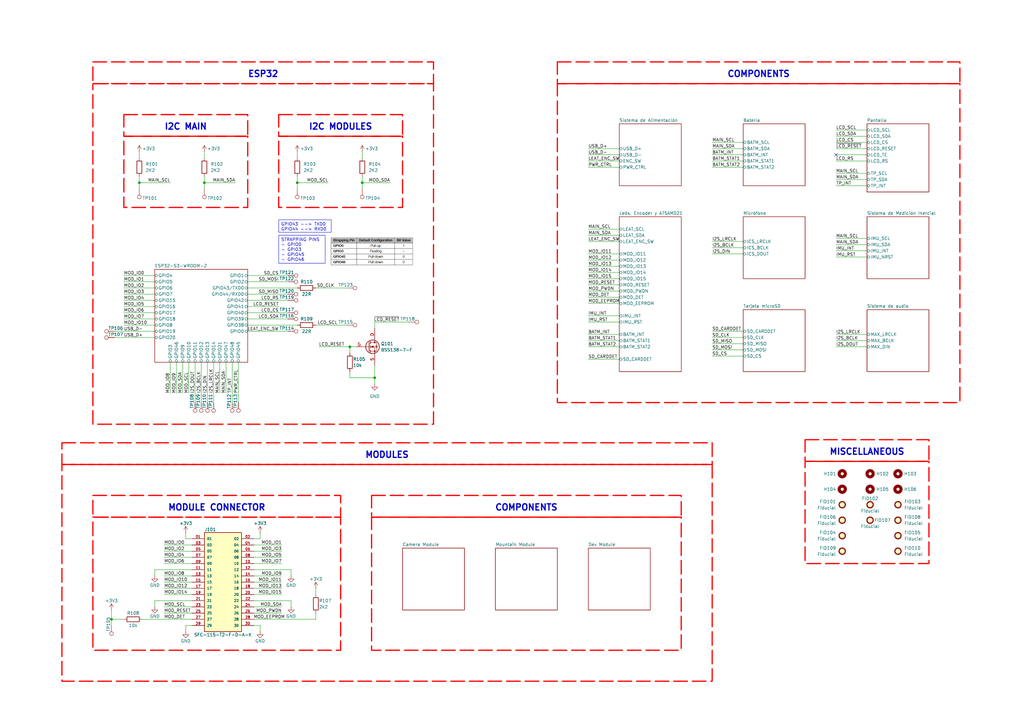
<source format=kicad_sch>
(kicad_sch (version 20231120) (generator "eeschema") (generator_version "8.0")
  (paper "A3")
  (title_block (title "EVT-PCB") (date "2024-07-18") (rev "Final"))
  (lib_symbols
    (symbol "Connector:TestPoint" (pin_numbers hide) (pin_names (offset 0.762) hide)
      (property "Reference" "TP" (at 0 6.858 0))
      (property "Value" "TestPoint" (at 0 5.08 0))
      (symbol "TestPoint_0_1"
        (circle (center 0 3.302) (radius 0.762))
      )
      (symbol "TestPoint_1_1"
        (pin passive line (at 0 0 90) (length 2.54) (name "1") (number "1"))
      )
    )
    (symbol "Device:R" (pin_numbers hide) (pin_names (offset 0))
      (property "Reference" "R" (at 2.032 0 90))
      (property "Value" "R" (at 0 0 90))
      (symbol "R_0_1"
        (rectangle (start -1.016 -2.54) (end 1.016 2.54) (stroke (width 0.254)))
      )
      (symbol "R_1_1"
        (pin passive line (at 0 3.81 270) (length 1.27) (name "~") (number "1"))
        (pin passive line (at 0 -3.81 90) (length 1.27) (name "~") (number "2"))
      )
    )
    (symbol "Mechanical:Fiducial" (exclude_from_sim yes) (in_bom no)
      (property "Reference" "FID" (at 0 5.08 0))
      (property "Value" "Fiducial" (at 0 3.175 0))
      (symbol "Fiducial_0_1"
        (circle (center 0 0) (radius 1.27) (stroke (width 0.508)) (fill (type background)))
      )
    )
    (symbol "Mechanical:MountingHole" (pin_names (offset 1.016)) (exclude_from_sim yes) (in_bom no)
      (property "Reference" "H" (at 0 5.08 0))
      (property "Value" "MountingHole" (at 0 3.175 0))
      (symbol "MountingHole_0_1"
        (circle (center 0 0) (radius 1.27) (stroke (width 1.27)))
      )
    )
    (symbol "TFG:BSS138-7-F" (pin_names hide)
      (property "Reference" "Q" (at 3.81 1.27 0))
      (property "Value" "BSS138-7-F" (at 3.81 -1.27 0))
      (symbol "BSS138-7-F_0_1"
        (polyline (pts (xy 1.27 2.54) (xy 1.27 1.905)))
      )
      (symbol "BSS138-7-F_1_1"
        (polyline (pts (xy -3.81 0) (xy -1.016 0)))
        (polyline (pts (xy -1.016 1.905) (xy -1.016 -1.905)) (stroke (width 0.254)))
        (polyline (pts (xy -0.508 -1.27) (xy -0.508 -2.286)) (stroke (width 0.254)))
        (polyline (pts (xy -0.508 0.508) (xy -0.508 -0.508)) (stroke (width 0.254)))
        (polyline (pts (xy -0.508 2.286) (xy -0.508 1.27)) (stroke (width 0.254)))
        (polyline (pts (xy 1.27 -2.54) (xy 1.27 0) (xy -0.508 0)))
        (polyline (pts (xy -0.508 -1.778) (xy 2.032 -1.778) (xy 2.032 1.778) (xy -0.508 1.778)))
        (polyline (pts (xy -0.254 0) (xy 0.762 0.381) (xy 0.762 -0.381) (xy -0.254 0)) (fill (type outline)))
        (polyline (pts (xy 1.524 0.508) (xy 1.651 0.381) (xy 2.413 0.381) (xy 2.54 0.254)))
        (polyline (pts (xy 2.032 0.381) (xy 1.651 -0.254) (xy 2.413 -0.254) (xy 2.032 0.381)))
        (circle (center 0.381 0) (radius 2.794) (stroke (width 0.254)))
        (circle (center 1.27 -1.778) (radius 0.254) (fill (type outline)))
        (circle (center 1.27 1.778) (radius 0.254) (fill (type outline)))
        (pin unspecified line (at 1.27 7.62 270) (length 5.08) (name "~") (number "D"))
        (pin unspecified line (at -6.35 0 0) (length 2.54) (name "~") (number "G"))
        (pin unspecified line (at 1.27 -7.62 90) (length 5.08) (name "~") (number "S"))
      )
    )
    (symbol "TFG:SFC-115-T2-F-D-A-K" (pin_names (offset 1.016))
      (property "Reference" "J" (at 0 1.27 0))
      (property "Value" "SFC-115-T2-F-D-A-K" (at 0 -41.91 0))
      (symbol "SFC-115-T2-F-D-A-K_0_0"
        (rectangle (start 0 0) (end 15.24 -40.64) (stroke (width 0.254)) (fill (type background)))
        (pin unspecified line (at -5.08 -2.54 0) (length 5.08) (name "01") (number "01"))
        (pin unspecified line (at 20.32 -2.54 180) (length 5.08) (name "02") (number "02"))
        (pin unspecified line (at -5.08 -5.08 0) (length 5.08) (name "03") (number "03"))
        (pin unspecified line (at 20.32 -5.08 180) (length 5.08) (name "04") (number "04"))
        (pin unspecified line (at -5.08 -7.62 0) (length 5.08) (name "05") (number "05"))
        (pin unspecified line (at 20.32 -7.62 180) (length 5.08) (name "06") (number "06"))
        (pin unspecified line (at -5.08 -10.16 0) (length 5.08) (name "07") (number "07"))
        (pin unspecified line (at 20.32 -10.16 180) (length 5.08) (name "08") (number "08"))
        (pin unspecified line (at -5.08 -12.7 0) (length 5.08) (name "09") (number "09"))
        (pin unspecified line (at 20.32 -12.7 180) (length 5.08) (name "10") (number "10"))
        (pin unspecified line (at -5.08 -15.24 0) (length 5.08) (name "11") (number "11"))
        (pin unspecified line (at 20.32 -15.24 180) (length 5.08) (name "12") (number "12"))
        (pin unspecified line (at -5.08 -17.78 0) (length 5.08) (name "13") (number "13"))
        (pin unspecified line (at 20.32 -17.78 180) (length 5.08) (name "14") (number "14"))
        (pin unspecified line (at -5.08 -20.32 0) (length 5.08) (name "15") (number "15"))
        (pin unspecified line (at 20.32 -20.32 180) (length 5.08) (name "16") (number "16"))
        (pin unspecified line (at -5.08 -22.86 0) (length 5.08) (name "17") (number "17"))
        (pin unspecified line (at 20.32 -22.86 180) (length 5.08) (name "18") (number "18"))
        (pin unspecified line (at -5.08 -25.4 0) (length 5.08) (name "19") (number "19"))
        (pin unspecified line (at 20.32 -25.4 180) (length 5.08) (name "20") (number "20"))
        (pin unspecified line (at -5.08 -27.94 0) (length 5.08) (name "21") (number "21"))
        (pin unspecified line (at 20.32 -27.94 180) (length 5.08) (name "22") (number "22"))
        (pin unspecified line (at -5.08 -30.48 0) (length 5.08) (name "23") (number "23"))
        (pin unspecified line (at 20.32 -30.48 180) (length 5.08) (name "24") (number "24"))
        (pin unspecified line (at -5.08 -33.02 0) (length 5.08) (name "25") (number "25"))
        (pin unspecified line (at 20.32 -33.02 180) (length 5.08) (name "26") (number "26"))
        (pin unspecified line (at -5.08 -35.56 0) (length 5.08) (name "27") (number "27"))
        (pin unspecified line (at 20.32 -35.56 180) (length 5.08) (name "28") (number "28"))
        (pin unspecified line (at -5.08 -38.1 0) (length 5.08) (name "29") (number "29"))
        (pin unspecified line (at 20.32 -38.1 180) (length 5.08) (name "30") (number "30"))
      )
    )
    (symbol "power:+3V3" (power) (pin_numbers hide) (pin_names (offset 0) hide)
      (property "Value" "+3V3" (at 0 3.556 0))
      (symbol "+3V3_0_1"
        (polyline (pts (xy -0.762 1.27) (xy 0 2.54)))
        (polyline (pts (xy 0 0) (xy 0 2.54)))
        (polyline (pts (xy 0 2.54) (xy 0.762 1.27)))
      )
      (symbol "+3V3_1_1"
        (pin power_in line (at 0 0 90) (length 0) (name "~") (number "1"))
      )
    )
    (symbol "power:GND" (power) (pin_numbers hide) (pin_names (offset 0) hide)
      (property "Value" "GND" (at 0 -3.81 0))
      (symbol "GND_0_1"
        (polyline (pts (xy 0 0) (xy 0 -1.27) (xy 1.27 -1.27) (xy 0 -2.54) (xy -1.27 -1.27) (xy 0 -1.27)))
      )
      (symbol "GND_1_1"
        (pin power_in line (at 0 0 270) (length 0) (name "~") (number "1"))
      )
    )
  )
  (junction (at 148.59 74.93))
  (junction (at 57.15 74.93))
  (junction (at 83.82 74.93))
  (junction (at 153.67 154.94))
  (junction (at 45.72 254))
  (junction (at 121.92 74.93))
  (junction (at 143.51 142.24))
  (no_connect (at 342.9 63.5))
  (wire (pts (xy 101.6 135.89) (xy 118.11 135.89)))
  (wire (pts (xy 72.39 148.59) (xy 72.39 161.29)))
  (wire (pts (xy 104.14 231.14) (xy 115.57 231.14)))
  (wire (pts (xy 80.01 148.59) (xy 80.01 165.1)))
  (wire (pts (xy 45.72 250.19) (xy 45.72 254)))
  (wire (pts (xy 63.5 128.27) (xy 50.8 128.27)))
  (wire (pts (xy 92.71 148.59) (xy 92.71 161.29)))
  (wire (pts (xy 241.3 132.08) (xy 254 132.08)))
  (wire (pts (xy 76.2 220.98) (xy 78.74 220.98)))
  (wire (pts (xy 143.51 154.94) (xy 153.67 154.94)))
  (wire (pts (xy 101.6 118.11) (xy 121.92 118.11)))
  (wire (pts (xy 121.92 72.39) (xy 121.92 74.93)))
  (wire (pts (xy 241.3 109.22) (xy 254 109.22)))
  (wire (pts (xy 57.15 62.23) (xy 57.15 64.77)))
  (wire (pts (xy 153.67 157.48) (xy 153.67 154.94)))
  (wire (pts (xy 46.99 138.43) (xy 63.5 138.43)))
  (wire (pts (xy 87.63 148.59) (xy 87.63 165.1)))
  (wire (pts (xy 83.82 77.47) (xy 83.82 74.93)))
  (wire (pts (xy 78.74 241.3) (xy 67.31 241.3)))
  (wire (pts (xy 104.14 246.38) (xy 119.38 246.38)))
  (wire (pts (xy 292.1 146.05) (xy 304.8 146.05)))
  (wire (pts (xy 101.6 123.19) (xy 118.11 123.19)))
  (wire (pts (xy 241.3 96.52) (xy 254 96.52)))
  (wire (pts (xy 241.3 147.32) (xy 254 147.32)))
  (wire (pts (xy 76.2 218.44) (xy 76.2 220.98)))
  (wire (pts (xy 63.5 233.68) (xy 63.5 236.22)))
  (wire (pts (xy 101.6 113.03) (xy 118.11 113.03)))
  (wire (pts (xy 153.67 134.62) (xy 153.67 132.08)))
  (wire (pts (xy 241.3 93.98) (xy 254 93.98)))
  (wire (pts (xy 342.9 66.04) (xy 355.6 66.04)))
  (wire (pts (xy 143.51 142.24) (xy 143.51 144.78)))
  (wire (pts (xy 101.6 128.27) (xy 118.11 128.27)))
  (wire (pts (xy 63.5 115.57) (xy 50.8 115.57)))
  (wire (pts (xy 292.1 104.14) (xy 304.8 104.14)))
  (wire (pts (xy 241.3 63.5) (xy 254 63.5)))
  (wire (pts (xy 45.72 254) (xy 45.72 256.54)))
  (wire (pts (xy 129.54 118.11) (xy 142.24 118.11)))
  (wire (pts (xy 101.6 115.57) (xy 118.11 115.57)))
  (wire (pts (xy 76.2 256.54) (xy 76.2 259.08)))
  (wire (pts (xy 57.15 77.47) (xy 57.15 74.93)))
  (wire (pts (xy 342.9 137.16) (xy 355.6 137.16)))
  (wire (pts (xy 241.3 106.68) (xy 254 106.68)))
  (wire (pts (xy 78.74 236.22) (xy 67.31 236.22)))
  (wire (pts (xy 78.74 243.84) (xy 67.31 243.84)))
  (wire (pts (xy 129.54 133.35) (xy 142.24 133.35)))
  (wire (pts (xy 129.54 254) (xy 129.54 251.46)))
  (wire (pts (xy 63.5 133.35) (xy 50.8 133.35)))
  (wire (pts (xy 342.9 105.41) (xy 355.6 105.41)))
  (wire (pts (xy 57.15 72.39) (xy 57.15 74.93)))
  (wire (pts (xy 95.25 148.59) (xy 95.25 165.1)))
  (wire (pts (xy 241.3 68.58) (xy 254 68.58)))
  (wire (pts (xy 241.3 104.14) (xy 254 104.14)))
  (wire (pts (xy 78.74 228.6) (xy 67.31 228.6)))
  (wire (pts (xy 292.1 138.43) (xy 304.8 138.43)))
  (wire (pts (xy 342.9 55.88) (xy 355.6 55.88)))
  (wire (pts (xy 83.82 62.23) (xy 83.82 64.77)))
  (wire (pts (xy 101.6 130.81) (xy 118.11 130.81)))
  (wire (pts (xy 119.38 233.68) (xy 119.38 236.22)))
  (wire (pts (xy 292.1 143.51) (xy 304.8 143.51)))
  (wire (pts (xy 292.1 66.04) (xy 304.8 66.04)))
  (wire (pts (xy 101.6 133.35) (xy 121.92 133.35)))
  (wire (pts (xy 342.9 58.42) (xy 355.6 58.42)))
  (wire (pts (xy 292.1 101.6) (xy 304.8 101.6)))
  (wire (pts (xy 77.47 148.59) (xy 77.47 161.29)))
  (wire (pts (xy 342.9 102.87) (xy 355.6 102.87)))
  (wire (pts (xy 129.54 241.3) (xy 129.54 243.84)))
  (wire (pts (xy 342.9 142.24) (xy 355.6 142.24)))
  (wire (pts (xy 106.68 218.44) (xy 106.68 220.98)))
  (wire (pts (xy 292.1 60.96) (xy 304.8 60.96)))
  (wire (pts (xy 104.14 228.6) (xy 115.57 228.6)))
  (wire (pts (xy 82.55 148.59) (xy 82.55 165.1)))
  (wire (pts (xy 342.9 97.79) (xy 355.6 97.79)))
  (wire (pts (xy 78.74 233.68) (xy 63.5 233.68)))
  (wire (pts (xy 104.14 236.22) (xy 115.57 236.22)))
  (wire (pts (xy 63.5 113.03) (xy 50.8 113.03)))
  (wire (pts (xy 342.9 60.96) (xy 355.6 60.96)))
  (wire (pts (xy 78.74 238.76) (xy 67.31 238.76)))
  (wire (pts (xy 121.92 74.93) (xy 134.62 74.93)))
  (wire (pts (xy 148.59 74.93) (xy 148.59 72.39)))
  (wire (pts (xy 143.51 142.24) (xy 146.05 142.24)))
  (wire (pts (xy 101.6 125.73) (xy 114.3 125.73)))
  (wire (pts (xy 63.5 120.65) (xy 50.8 120.65)))
  (wire (pts (xy 241.3 137.16) (xy 254 137.16)))
  (wire (pts (xy 241.3 111.76) (xy 254 111.76)))
  (wire (pts (xy 241.3 66.04) (xy 254 66.04)))
  (wire (pts (xy 292.1 135.89) (xy 304.8 135.89)))
  (wire (pts (xy 254 116.84) (xy 241.3 116.84)))
  (wire (pts (xy 342.9 139.7) (xy 355.6 139.7)))
  (wire (pts (xy 241.3 142.24) (xy 254 142.24)))
  (wire (pts (xy 342.9 71.12) (xy 355.6 71.12)))
  (wire (pts (xy 254 119.38) (xy 241.3 119.38)))
  (wire (pts (xy 63.5 246.38) (xy 63.5 248.92)))
  (wire (pts (xy 121.92 77.47) (xy 121.92 74.93)))
  (wire (pts (xy 46.99 135.89) (xy 63.5 135.89)))
  (wire (pts (xy 292.1 99.06) (xy 304.8 99.06)))
  (wire (pts (xy 83.82 72.39) (xy 83.82 74.93)))
  (wire (pts (xy 101.6 120.65) (xy 118.11 120.65)))
  (wire (pts (xy 130.81 142.24) (xy 143.51 142.24)))
  (wire (pts (xy 342.9 63.5) (xy 355.6 63.5)))
  (wire (pts (xy 241.3 114.3) (xy 254 114.3)))
  (wire (pts (xy 292.1 140.97) (xy 304.8 140.97)))
  (wire (pts (xy 57.15 74.93) (xy 69.85 74.93)))
  (wire (pts (xy 63.5 123.19) (xy 50.8 123.19)))
  (wire (pts (xy 148.59 77.47) (xy 148.59 74.93)))
  (wire (pts (xy 78.74 248.92) (xy 67.31 248.92)))
  (wire (pts (xy 106.68 256.54) (xy 106.68 259.08)))
  (wire (pts (xy 292.1 58.42) (xy 304.8 58.42)))
  (wire (pts (xy 78.74 223.52) (xy 67.31 223.52)))
  (wire (pts (xy 241.3 139.7) (xy 254 139.7)))
  (wire (pts (xy 50.8 254) (xy 45.72 254)))
  (wire (pts (xy 104.14 233.68) (xy 119.38 233.68)))
  (wire (pts (xy 63.5 130.81) (xy 50.8 130.81)))
  (wire (pts (xy 74.93 148.59) (xy 74.93 161.29)))
  (wire (pts (xy 292.1 68.58) (xy 304.8 68.58)))
  (wire (pts (xy 69.85 148.59) (xy 69.85 161.29)))
  (wire (pts (xy 148.59 74.93) (xy 160.02 74.93)))
  (wire (pts (xy 58.42 254) (xy 78.74 254)))
  (wire (pts (xy 121.92 62.23) (xy 121.92 64.77)))
  (wire (pts (xy 97.79 148.59) (xy 97.79 165.1)))
  (wire (pts (xy 342.9 76.2) (xy 355.6 76.2)))
  (wire (pts (xy 342.9 53.34) (xy 355.6 53.34)))
  (wire (pts (xy 104.14 254) (xy 129.54 254)))
  (wire (pts (xy 292.1 63.5) (xy 304.8 63.5)))
  (wire (pts (xy 342.9 100.33) (xy 355.6 100.33)))
  (wire (pts (xy 78.74 226.06) (xy 67.31 226.06)))
  (wire (pts (xy 119.38 246.38) (xy 119.38 248.92)))
  (wire (pts (xy 241.3 60.96) (xy 254 60.96)))
  (wire (pts (xy 241.3 99.06) (xy 254 99.06)))
  (wire (pts (xy 241.3 124.46) (xy 254 124.46)))
  (wire (pts (xy 104.14 241.3) (xy 115.57 241.3)))
  (wire (pts (xy 63.5 125.73) (xy 50.8 125.73)))
  (wire (pts (xy 241.3 121.92) (xy 254 121.92)))
  (wire (pts (xy 85.09 148.59) (xy 85.09 165.1)))
  (wire (pts (xy 104.14 223.52) (xy 115.57 223.52)))
  (wire (pts (xy 148.59 62.23) (xy 148.59 64.77)))
  (wire (pts (xy 78.74 246.38) (xy 63.5 246.38)))
  (wire (pts (xy 104.14 243.84) (xy 115.57 243.84)))
  (wire (pts (xy 90.17 148.59) (xy 90.17 161.29)))
  (wire (pts (xy 104.14 248.92) (xy 115.57 248.92)))
  (wire (pts (xy 104.14 226.06) (xy 115.57 226.06)))
  (wire (pts (xy 76.2 256.54) (xy 78.74 256.54)))
  (wire (pts (xy 78.74 231.14) (xy 67.31 231.14)))
  (wire (pts (xy 106.68 256.54) (xy 104.14 256.54)))
  (wire (pts (xy 104.14 238.76) (xy 115.57 238.76)))
  (wire (pts (xy 115.57 251.46) (xy 104.14 251.46)))
  (wire (pts (xy 153.67 149.86) (xy 153.67 154.94)))
  (wire (pts (xy 241.3 129.54) (xy 254 129.54)))
  (wire (pts (xy 83.82 74.93) (xy 96.52 74.93)))
  (wire (pts (xy 143.51 152.4) (xy 143.51 154.94)))
  (wire (pts (xy 153.67 132.08) (xy 167.64 132.08)))
  (wire (pts (xy 63.5 118.11) (xy 50.8 118.11)))
  (wire (pts (xy 342.9 73.66) (xy 355.6 73.66)))
  (wire (pts (xy 67.31 251.46) (xy 78.74 251.46)))
  (wire (pts (xy 106.68 220.98) (xy 104.14 220.98)))
  (rectangle (start 38.1 34.29) (end 177.8 173.99) (stroke (width 0.508) (type dash) (color 255 0 0 1)))
  (rectangle (start 228.6 34.29) (end 393.7 165.1) (stroke (width 0.508) (type dash) (color 255 0 0 1)))
  (rectangle (start 152.4 203.2) (end 279.4 212.09) (stroke (width 0.508) (type dash) (color 255 0 0 1)))
  (rectangle (start 25.4 190.5) (end 292.1 279.4) (stroke (width 0.508) (type dash) (color 255 0 0 1)))
  (rectangle (start 25.4 181.61) (end 292.1 190.5) (stroke (width 0.508) (type dash) (color 255 0 0 1)))
  (rectangle (start 38.1 203.2) (end 139.7 212.09) (stroke (width 0.508) (type dash) (color 255 0 0 1)))
  (rectangle (start 114.3 55.88) (end 165.1 85.09) (stroke (width 0.508) (type dash) (color 255 0 0 1)))
  (rectangle (start 330.2 189.23) (end 381 231.14) (stroke (width 0.508) (type dash) (color 255 0 0 1)))
  (rectangle (start 38.1 212.09) (end 139.7 266.7) (stroke (width 0.508) (type dash) (color 255 0 0 1)))
  (rectangle (start 114.3 46.99) (end 165.1 55.88) (stroke (width 0.508) (type dash) (color 255 0 0 1)))
  (rectangle (start 152.4 212.09) (end 279.4 266.7) (stroke (width 0.508) (type dash) (color 255 0 0 1)))
  (rectangle (start 50.8 46.99) (end 101.6 55.88) (stroke (width 0.508) (type dash) (color 255 0 0 1)))
  (rectangle (start 38.1 25.4) (end 177.8 34.29) (stroke (width 0.508) (type dash) (color 255 0 0 1)))
  (rectangle (start 330.2 180.34) (end 381 189.23) (stroke (width 0.508) (type dash) (color 255 0 0 1)))
  (rectangle (start 50.8 55.88) (end 101.6 85.09) (stroke (width 0.508) (type dash) (color 255 0 0 1)))
  (rectangle (start 228.6 25.4) (end 393.7 34.29) (stroke (width 0.508) (type dash) (color 255 0 0 1)))
  (image (at 152.4 102.87) (scale 0.375442))
  (text_box "GPIO43 --> TXD0\nGPIO44 --> RXD0" (at 114.3 90.17 0) (size 21.59 5.08) (effects (font (size 1.27 1.27)) (justify left top)))
  (text_box "STRAPPING PINS\n- GPIO0\n- GPIO3\n- GPIO45\n- GPIO46" (at 114.3 96.52 0) (size 19.05 11.43) (effects (font (size 1.27 1.27)) (justify left top)))
  (text "MISCELLANEOUS" (at 355.6 185.42 0) (effects (font (size 2.54 2.54) (thickness 0.508) (bold yes))))
  (text "COMPONENTS" (at 311.15 30.48 0) (effects (font (size 2.54 2.54) (thickness 0.508) (bold yes))))
  (text "MODULE CONNECTOR" (at 88.9 208.28 0) (effects (font (size 2.54 2.54) (thickness 0.508) (bold yes))))
  (text "I2C MODULES" (at 139.7 52.07 0) (effects (font (size 2.54 2.54) (thickness 0.508) (bold yes))))
  (text "ESP32" (at 107.95 30.48 0) (effects (font (size 2.54 2.54) (thickness 0.508) (bold yes))))
  (text "MODULES" (at 158.75 186.69 0) (effects (font (size 2.54 2.54) (thickness 0.508) (bold yes))))
  (text "COMPONENTS" (at 215.9 208.28 0) (effects (font (size 2.54 2.54) (thickness 0.508) (bold yes))))
  (text "I2C MAIN" (at 76.2 52.07 0) (effects (font (size 2.54 2.54) (thickness 0.508) (bold yes))))
  (label "MOD_IO12" (at 241.3 106.68 0))
  (label "MOD_IO4" (at 67.31 228.6 0))
  (label "LEAT_ENC_SW" (at 241.3 99.06 0))
  (label "MAIN_SCL" (at 292.1 58.42 0))
  (label "BATM_STAT2" (at 241.3 142.24 0))
  (label "MOD_IO0" (at 50.8 113.03 0))
  (label "MOD_IO13" (at 241.3 109.22 0))
  (label "IMU_RST" (at 342.9 105.41 0))
  (label "USB_D+" (at 50.8 138.43 0))
  (label "MOD_SDA" (at 160.02 74.93 180))
  (label "MAIN_SDA" (at 292.1 60.96 0))
  (label "MOD_IO14" (at 241.3 111.76 0))
  (label "SD_CS" (at 292.1 146.05 0))
  (label "MAIN_SDA" (at 96.52 74.93 180))
  (label "BATM_INT" (at 241.3 137.16 0))
  (label "LEAT_ENC_SW" (at 114.3 135.89 180))
  (label "MOD_IO10" (at 50.8 133.35 0))
  (label "MAIN_SCL" (at 69.85 74.93 180))
  (label "MOD_IO3" (at 50.8 120.65 0))
  (label "MOD_IO12" (at 67.31 241.3 0))
  (label "MAIN_SDA" (at 342.9 100.33 0))
  (label "USB_D-" (at 241.3 63.5 0))
  (label "MOD_IO11" (at 115.57 238.76 180))
  (label "I2S_BCLK" (at 82.55 161.29 90))
  (label "MOD_RESET" (at 67.31 251.46 0))
  (label "MOD_DET" (at 67.31 254 0))
  (label "SD_CLK" (at 137.16 118.11 180))
  (label "MOD_IO6" (at 50.8 128.27 0))
  (label "MOD_IO1" (at 115.57 223.52 180))
  (label "LCD_CS" (at 114.3 128.27 180))
  (label "I2S_BCLK" (at 292.1 101.6 0))
  (label "I2S_DOUT" (at 80.01 161.29 90))
  (label "~{LCD_RESET}" (at 163.83 132.08 180))
  (label "MOD_IO5" (at 115.57 228.6 180))
  (label "MOD_IO13" (at 115.57 241.3 180))
  (label "MAIN_SCL" (at 90.17 161.29 90))
  (label "BATM_STAT1" (at 241.3 139.7 0))
  (label "MOD_IO9" (at 115.57 236.22 180))
  (label "LCD_SDA" (at 342.9 55.88 0))
  (label "SD_CARDDET" (at 292.1 135.89 0))
  (label "MOD_SCL" (at 77.47 161.29 90))
  (label "MOD_IO7" (at 115.57 231.14 180))
  (label "MOD_IO7" (at 50.8 130.81 0))
  (label "BATM_STAT2" (at 292.1 68.58 0))
  (label "MOD_IO4" (at 50.8 123.19 0))
  (label "MOD_RESET" (at 241.3 116.84 0))
  (label "MOD_IO15" (at 241.3 114.3 0))
  (label "SD_CS" (at 114.3 113.03 180))
  (label "MAIN_SCL" (at 241.3 93.98 0))
  (label "LCD_RESET" (at 130.81 142.24 0))
  (label "LCD_RS" (at 342.9 66.04 0))
  (label "MOD_IO8" (at 69.85 161.29 90))
  (label "MOD_IO15" (at 115.57 243.84 180))
  (label "MOD_IO9" (at 72.39 161.29 90))
  (label "MOD_IO14" (at 67.31 243.84 0))
  (label "MOD_SDA" (at 74.93 161.29 90))
  (label "MAIN_SCL" (at 342.9 97.79 0))
  (label "MOD_IO11" (at 241.3 104.14 0))
  (label "USB_D-" (at 50.8 135.89 0))
  (label "MOD_IO3" (at 115.57 226.06 180))
  (label "I2S_BCLK" (at 342.9 139.7 0))
  (label "MOD_IO6" (at 67.31 231.14 0))
  (label "SD_MOSI" (at 292.1 143.51 0))
  (label "LCD_SCL" (at 342.9 53.34 0))
  (label "I2S_LRCLK" (at 342.9 137.16 0))
  (label "SD_MISO" (at 292.1 140.97 0))
  (label "LCD_CS" (at 342.9 58.42 0))
  (label "IMU_INT" (at 342.9 102.87 0))
  (label "SD_CARDDET" (at 241.3 147.32 0))
  (label "LCD_RESET" (at 114.3 125.73 180))
  (label "MOD_IO0" (at 67.31 223.52 0))
  (label "MOD_IO10" (at 67.31 238.76 0))
  (label "MOD_EEPROM" (at 116.84 254 180))
  (label "IMU_RST" (at 241.3 132.08 0))
  (label "SD_MISO" (at 114.3 120.65 180))
  (label "MOD_DET" (at 241.3 121.92 0))
  (label "MAIN_SDA" (at 241.3 96.52 0))
  (label "MOD_SDA" (at 115.57 248.92 180))
  (label "LEAT_ENC_SW" (at 241.3 66.04 0))
  (label "BATM_INT" (at 292.1 63.5 0))
  (label "TP_INT" (at 95.25 161.29 90))
  (label "PWR_CTRL" (at 241.3 68.58 0))
  (label "I2S_DOUT" (at 342.9 142.24 0))
  (label "PWR_CTRL" (at 97.79 161.29 90))
  (label "BATM_STAT1" (at 292.1 66.04 0))
  (label "~{LCD_RESET}" (at 342.9 60.96 0))
  (label "IMU_INT" (at 241.3 129.54 0))
  (label "MOD_PWDN" (at 115.57 251.46 180))
  (label "I2S_DIN" (at 85.09 161.29 90))
  (label "LCD_SDA" (at 114.3 130.81 180))
  (label "TP_INT" (at 342.9 76.2 0))
  (label "MOD_IO2" (at 67.31 226.06 0))
  (label "LCD_SCL" (at 138.43 133.35 180))
  (label "MOD_IO1" (at 50.8 115.57 0))
  (label "I2S_LRCLK" (at 292.1 99.06 0))
  (label "SD_MOSI" (at 114.3 115.57 180))
  (label "MOD_SCL" (at 67.31 248.92 0))
  (label "I2S_LRCLK" (at 87.63 161.29 90))
  (label "MAIN_SDA" (at 92.71 161.29 90))
  (label "LCD_RS" (at 114.3 123.19 180))
  (label "I2S_DIN" (at 292.1 104.14 0))
  (label "SD_CLK" (at 292.1 138.43 0))
  (label "MOD_PWDN" (at 241.3 119.38 0))
  (label "MOD_IO2" (at 50.8 118.11 0))
  (label "USB_D+" (at 241.3 60.96 0))
  (label "MOD_SCL" (at 134.62 74.93 180))
  (label "MOD_EEPROM" (at 241.3 124.46 0))
  (label "MOD_IO5" (at 50.8 125.73 0))
  (label "MAIN_SDA" (at 342.9 73.66 0))
  (label "MAIN_SCL" (at 342.9 71.12 0))
  (label "MOD_IO8" (at 67.31 236.22 0))
  (symbol (lib_id "Mechanical:MountingHole") (at 368.3 200.66 0) (unit 1) (exclude_from_sim yes) (in_bom no)
    (property "Reference" "H106" (at 373.38 200.66 0))
    (property "Value" "MountingHole" (effects (hide yes)))
    (property "Footprint" "MountingHole:MountingHole_2.2mm_M2" (effects (hide yes)))
    (property "Description" "Mounting Hole without connection" (effects (hide yes)))
  )
  (symbol (lib_id "power:GND") (at 106.68 259.08 0) (mirror y) (unit 1)
    (property "Reference" "#PWR0117" (effects (hide yes)))
    (property "Value" "GND" (at 106.68 262.89 0))
    (property "Description" "Power symbol creates a global label with name \"GND\" , ground" (effects (hide yes)))
  )
  (symbol (lib_id "power:+3V3") (at 106.68 218.44 0) (unit 1)
    (property "Reference" "#PWR0109" (effects (hide yes)))
    (property "Value" "+3V3" (at 106.68 214.63 0))
    (property "Description" "Power symbol creates a global label with name \"+3V3\"" (effects (hide yes)))
  )
  (symbol (lib_id "Mechanical:MountingHole") (at 345.44 200.66 0) (mirror y) (unit 1) (exclude_from_sim yes) (in_bom no)
    (property "Reference" "H104" (at 340.36 200.66 0))
    (property "Value" "MountingHole" (effects (hide yes)))
    (property "Footprint" "MountingHole:MountingHole_2.2mm_M2" (effects (hide yes)))
    (property "Description" "Mounting Hole without connection" (effects (hide yes)))
  )
  (symbol (lib_id "Device:R") (at 129.54 247.65 0) (unit 1)
    (property "Reference" "R107" (at 130.81 246.38 0) (effects (justify left)))
    (property "Value" "2k2" (at 130.81 248.92 0) (effects (justify left)))
    (property "Footprint" "Resistor_SMD:R_0402_1005Metric" (effects (hide yes)))
    (property "Description" "Resistor" (effects (hide yes)))
  )
  (symbol (lib_id "power:GND") (at 63.5 248.92 0) (unit 1)
    (property "Reference" "#PWR0113" (effects (hide yes)))
    (property "Value" "GND" (at 63.5 252.73 0))
    (property "Description" "Power symbol creates a global label with name \"GND\" , ground" (effects (hide yes)))
  )
  (symbol (lib_id "power:+3V3") (at 57.15 62.23 0) (unit 1)
    (property "Reference" "#PWR0101" (effects (hide yes)))
    (property "Value" "+3V3" (at 60.96 60.96 0))
    (property "Description" "Power symbol creates a global label with name \"+3V3\"" (effects (hide yes)))
  )
  (symbol (lib_id "Connector:TestPoint") (at 118.11 120.65 270) (mirror x) (unit 1)
    (property "Reference" "TP120" (at 120.65 119.38 90) (effects (justify right)))
    (property "Value" "TestPoint" (effects (hide yes)))
    (property "Footprint" "TestPoint:TestPoint_Pad_D1.0mm" (effects (hide yes)))
    (property "Description" "test point" (effects (hide yes)))
  )
  (symbol (lib_id "Connector:TestPoint") (at 97.79 165.1 180) (unit 1)
    (property "Reference" "TP113" (at 96.52 167.64 90) (effects (justify right)))
    (property "Value" "TestPoint" (effects (hide yes)))
    (property "Footprint" "TestPoint:TestPoint_Pad_D1.0mm" (effects (hide yes)))
    (property "Description" "test point" (effects (hide yes)))
  )
  (symbol (lib_id "Connector:TestPoint") (at 118.11 128.27 270) (mirror x) (unit 1)
    (property "Reference" "TP117" (at 120.65 127 90) (effects (justify right)))
    (property "Value" "TestPoint" (effects (hide yes)))
    (property "Footprint" "TestPoint:TestPoint_Pad_D1.0mm" (effects (hide yes)))
    (property "Description" "test point" (effects (hide yes)))
  )
  (symbol (lib_id "Connector:TestPoint") (at 118.11 135.89 270) (mirror x) (unit 1)
    (property "Reference" "TP114" (at 120.65 134.62 90) (effects (justify right)))
    (property "Value" "TestPoint" (effects (hide yes)))
    (property "Footprint" "TestPoint:TestPoint_Pad_D1.0mm" (effects (hide yes)))
    (property "Description" "test point" (effects (hide yes)))
  )
  (symbol (lib_id "Mechanical:Fiducial") (at 345.44 226.06 0) (unit 1) (exclude_from_sim yes) (in_bom no)
    (property "Reference" "FID109" (at 342.9 224.7899 0) (effects (justify right)))
    (property "Value" "Fiducial" (at 342.9 227.3299 0) (effects (justify right)))
    (property "Footprint" "Fiducial:Fiducial_1mm_Mask2mm" (effects (hide yes)))
    (property "Description" "Fiducial Marker" (effects (hide yes)))
  )
  (symbol (lib_id "Mechanical:Fiducial") (at 368.3 213.36 0) (mirror y) (unit 1) (exclude_from_sim yes) (in_bom no)
    (property "Reference" "FID108" (at 370.84 212.0899 0) (effects (justify right)))
    (property "Value" "Fiducial" (at 370.84 214.6299 0) (effects (justify right)))
    (property "Footprint" "Fiducial:Fiducial_1mm_Mask2mm" (effects (hide yes)))
    (property "Description" "Fiducial Marker" (effects (hide yes)))
  )
  (symbol (lib_id "Device:R") (at 125.73 133.35 270) (unit 1)
    (property "Reference" "R109" (at 123.19 130.81 90) (effects (justify left)))
    (property "Value" "22R" (at 125.73 135.89 90))
    (property "Footprint" "Resistor_SMD:R_0402_1005Metric" (effects (hide yes)))
    (property "Description" "Resistor" (effects (hide yes)))
  )
  (symbol (lib_id "Device:R") (at 121.92 68.58 0) (mirror y) (unit 1)
    (property "Reference" "R103" (at 124.46 67.3099 0) (effects (justify right)))
    (property "Value" "2K2" (at 124.46 69.8499 0) (effects (justify right)))
    (property "Footprint" "Resistor_SMD:R_0402_1005Metric" (effects (hide yes)))
    (property "Description" "Resistor" (effects (hide yes)))
  )
  (symbol (lib_id "power:GND") (at 63.5 236.22 0) (unit 1)
    (property "Reference" "#PWR0110" (effects (hide yes)))
    (property "Value" "GND" (at 63.5 240.03 0))
    (property "Description" "Power symbol creates a global label with name \"GND\" , ground" (effects (hide yes)))
  )
  (symbol (lib_id "Connector:TestPoint") (at 121.92 77.47 0) (mirror x) (unit 1)
    (property "Reference" "TP103" (at 123.19 81.28 0) (effects (justify left)))
    (property "Value" "TestPoint" (effects (hide yes)))
    (property "Footprint" "TestPoint:TestPoint_Pad_D1.0mm" (effects (hide yes)))
    (property "Description" "test point" (effects (hide yes)))
  )
  (symbol (lib_id "Connector:TestPoint") (at 85.09 165.1 180) (unit 1)
    (property "Reference" "TP110" (at 83.82 167.64 90) (effects (justify right)))
    (property "Value" "TestPoint" (effects (hide yes)))
    (property "Footprint" "TestPoint:TestPoint_Pad_D1.0mm" (effects (hide yes)))
    (property "Description" "test point" (effects (hide yes)))
  )
  (symbol (lib_id "Connector:TestPoint") (at 83.82 77.47 0) (mirror x) (unit 1)
    (property "Reference" "TP102" (at 85.09 81.28 0) (effects (justify left)))
    (property "Value" "TestPoint" (effects (hide yes)))
    (property "Footprint" "TestPoint:TestPoint_Pad_D1.0mm" (effects (hide yes)))
    (property "Description" "test point" (effects (hide yes)))
  )
  (symbol (lib_id "Connector:TestPoint") (at 57.15 77.47 0) (mirror x) (unit 1)
    (property "Reference" "TP101" (at 58.42 81.28 0) (effects (justify left)))
    (property "Value" "TestPoint" (effects (hide yes)))
    (property "Footprint" "TestPoint:TestPoint_Pad_D1.0mm" (effects (hide yes)))
    (property "Description" "test point" (effects (hide yes)))
  )
  (symbol (lib_id "Device:R") (at 54.61 254 90) (mirror x) (unit 1)
    (property "Reference" "R108" (at 54.61 251.46 90))
    (property "Value" "10k" (at 54.61 256.54 90))
    (property "Footprint" "Resistor_SMD:R_0402_1005Metric" (effects (hide yes)))
    (property "Description" "Resistor" (effects (hide yes)))
  )
  (symbol (lib_id "Mechanical:Fiducial") (at 368.3 226.06 0) (mirror y) (unit 1) (exclude_from_sim yes) (in_bom no)
    (property "Reference" "FID110" (at 370.84 224.7899 0) (effects (justify right)))
    (property "Value" "Fiducial" (at 370.84 227.3299 0) (effects (justify right)))
    (property "Footprint" "Fiducial:Fiducial_1mm_Mask2mm" (effects (hide yes)))
    (property "Description" "Fiducial Marker" (effects (hide yes)))
  )
  (symbol (lib_id "Device:R") (at 148.59 68.58 0) (mirror y) (unit 1)
    (property "Reference" "R104" (at 151.13 67.3099 0) (effects (justify right)))
    (property "Value" "2K2" (at 151.13 69.8499 0) (effects (justify right)))
    (property "Footprint" "Resistor_SMD:R_0402_1005Metric" (effects (hide yes)))
    (property "Description" "Resistor" (effects (hide yes)))
  )
  (symbol (lib_id "Mechanical:MountingHole") (at 368.3 194.31 0) (mirror y) (unit 1) (exclude_from_sim yes) (in_bom no)
    (property "Reference" "H103" (at 373.38 194.31 0))
    (property "Value" "MountingHole" (effects (hide yes)))
    (property "Footprint" "MountingHole:MountingHole_2.2mm_M2" (effects (hide yes)))
    (property "Description" "Mounting Hole without connection" (effects (hide yes)))
  )
  (symbol (lib_id "power:+3V3") (at 76.2 218.44 0) (unit 1)
    (property "Reference" "#PWR0108" (effects (hide yes)))
    (property "Value" "+3V3" (at 76.2 214.63 0))
    (property "Description" "Power symbol creates a global label with name \"+3V3\"" (effects (hide yes)))
  )
  (symbol (lib_id "Device:R") (at 125.73 118.11 270) (unit 1)
    (property "Reference" "R110" (at 123.19 115.57 90) (effects (justify left)))
    (property "Value" "22R" (at 125.73 120.65 90))
    (property "Footprint" "Resistor_SMD:R_0402_1005Metric" (effects (hide yes)))
    (property "Description" "Resistor" (effects (hide yes)))
  )
  (symbol (lib_id "Connector:TestPoint") (at 46.99 135.89 90) (unit 1)
    (property "Reference" "TP106" (at 44.45 134.62 90) (effects (justify right)))
    (property "Value" "TestPoint" (effects (hide yes)))
    (property "Footprint" "TestPoint:TestPoint_Pad_D1.0mm" (effects (hide yes)))
    (property "Description" "test point" (effects (hide yes)))
  )
  (symbol (lib_id "Connector:TestPoint") (at 45.72 256.54 180) (unit 1)
    (property "Reference" "TP105" (at 44.45 259.08 90) (effects (justify right)))
    (property "Value" "TestPoint" (effects (hide yes)))
    (property "Footprint" "TestPoint:TestPoint_Pad_D1.0mm" (effects (hide yes)))
    (property "Description" "test point" (effects (hide yes)))
  )
  (symbol (lib_id "Connector:TestPoint") (at 80.01 165.1 180) (unit 1)
    (property "Reference" "TP108" (at 78.74 167.64 90) (effects (justify right)))
    (property "Value" "TestPoint" (effects (hide yes)))
    (property "Footprint" "TestPoint:TestPoint_Pad_D1.0mm" (effects (hide yes)))
    (property "Description" "test point" (effects (hide yes)))
  )
  (symbol (lib_id "Connector:TestPoint") (at 148.59 77.47 0) (mirror x) (unit 1)
    (property "Reference" "TP104" (at 149.86 81.28 0) (effects (justify left)))
    (property "Value" "TestPoint" (effects (hide yes)))
    (property "Footprint" "TestPoint:TestPoint_Pad_D1.0mm" (effects (hide yes)))
    (property "Description" "test point" (effects (hide yes)))
  )
  (symbol (lib_id "Mechanical:Fiducial") (at 345.44 219.71 0) (unit 1) (exclude_from_sim yes) (in_bom no)
    (property "Reference" "FID104" (at 342.9 218.4399 0) (effects (justify right)))
    (property "Value" "Fiducial" (at 342.9 220.9799 0) (effects (justify right)))
    (property "Footprint" "Fiducial:Fiducial_1mm_Mask2mm" (effects (hide yes)))
    (property "Description" "Fiducial Marker" (effects (hide yes)))
  )
  (symbol (lib_id "Mechanical:Fiducial") (at 356.87 207.01 0) (mirror y) (unit 1) (exclude_from_sim yes) (in_bom no)
    (property "Reference" "FID102" (at 356.87 204.47 0))
    (property "Value" "Fiducial" (at 356.87 209.55 0))
    (property "Footprint" "Fiducial:Fiducial_1mm_Mask2mm" (effects (hide yes)))
    (property "Description" "Fiducial Marker" (effects (hide yes)))
  )
  (symbol (lib_id "Device:R") (at 83.82 68.58 0) (mirror y) (unit 1)
    (property "Reference" "R102" (at 86.36 67.3099 0) (effects (justify right)))
    (property "Value" "2K2" (at 86.36 69.8499 0) (effects (justify right)))
    (property "Footprint" "Resistor_SMD:R_0402_1005Metric" (effects (hide yes)))
    (property "Description" "Resistor" (effects (hide yes)))
  )
  (symbol (lib_id "Connector:TestPoint") (at 118.11 115.57 270) (mirror x) (unit 1)
    (property "Reference" "TP122" (at 120.65 114.3 90) (effects (justify right)))
    (property "Value" "TestPoint" (effects (hide yes)))
    (property "Footprint" "TestPoint:TestPoint_Pad_D1.0mm" (effects (hide yes)))
    (property "Description" "test point" (effects (hide yes)))
  )
  (symbol (lib_id "Device:R") (at 143.51 148.59 0) (unit 1)
    (property "Reference" "R105" (at 144.78 147.32 0) (effects (justify left)))
    (property "Value" "10k" (at 144.78 149.86 0) (effects (justify left)))
    (property "Footprint" "Resistor_SMD:R_0402_1005Metric" (effects (hide yes)))
    (property "Description" "Resistor" (effects (hide yes)))
  )
  (symbol (lib_id "Connector:TestPoint") (at 142.24 118.11 270) (mirror x) (unit 1)
    (property "Reference" "TP123" (at 144.78 116.84 90) (effects (justify right)))
    (property "Value" "TestPoint" (effects (hide yes)))
    (property "Footprint" "TestPoint:TestPoint_Pad_D1.0mm" (effects (hide yes)))
    (property "Description" "test point" (effects (hide yes)))
  )
  (symbol (lib_id "Connector:TestPoint") (at 95.25 165.1 180) (unit 1)
    (property "Reference" "TP112" (at 93.98 167.64 90) (effects (justify right)))
    (property "Value" "TestPoint" (effects (hide yes)))
    (property "Footprint" "TestPoint:TestPoint_Pad_D1.0mm" (effects (hide yes)))
    (property "Description" "test point" (effects (hide yes)))
  )
  (symbol (lib_id "power:+3V3") (at 148.59 62.23 0) (unit 1)
    (property "Reference" "#PWR0104" (effects (hide yes)))
    (property "Value" "+3V3" (at 152.4 60.96 0))
    (property "Description" "Power symbol creates a global label with name \"+3V3\"" (effects (hide yes)))
  )
  (symbol (lib_id "power:GND") (at 76.2 259.08 0) (unit 1)
    (property "Reference" "#PWR0116" (effects (hide yes)))
    (property "Value" "GND" (at 76.2 262.89 0))
    (property "Description" "Power symbol creates a global label with name \"GND\" , ground" (effects (hide yes)))
  )
  (symbol (lib_id "Connector:TestPoint") (at 82.55 165.1 180) (unit 1)
    (property "Reference" "TP109" (at 81.28 167.64 90) (effects (justify right)))
    (property "Value" "TestPoint" (effects (hide yes)))
    (property "Footprint" "TestPoint:TestPoint_Pad_D1.0mm" (effects (hide yes)))
    (property "Description" "test point" (effects (hide yes)))
  )
  (symbol (lib_id "Mechanical:Fiducial") (at 345.44 213.36 0) (unit 1) (exclude_from_sim yes) (in_bom no)
    (property "Reference" "FID106" (at 342.9 212.0899 0) (effects (justify right)))
    (property "Value" "Fiducial" (at 342.9 214.6299 0) (effects (justify right)))
    (property "Footprint" "Fiducial:Fiducial_1mm_Mask2mm" (effects (hide yes)))
    (property "Description" "Fiducial Marker" (effects (hide yes)))
  )
  (symbol (lib_id "power:+3V3") (at 83.82 62.23 0) (unit 1)
    (property "Reference" "#PWR0102" (effects (hide yes)))
    (property "Value" "+3V3" (at 87.63 60.96 0))
    (property "Description" "Power symbol creates a global label with name \"+3V3\"" (effects (hide yes)))
  )
  (symbol (lib_id "Mechanical:MountingHole") (at 356.87 194.31 0) (unit 1) (exclude_from_sim yes) (in_bom no)
    (property "Reference" "H102" (at 361.95 194.31 0))
    (property "Value" "MountingHole" (effects (hide yes)))
    (property "Footprint" "MountingHole:MountingHole_2.2mm_M2" (effects (hide yes)))
    (property "Description" "Mounting Hole without connection" (effects (hide yes)))
  )
  (symbol (lib_id "power:+3V3") (at 121.92 62.23 0) (unit 1)
    (property "Reference" "#PWR0103" (effects (hide yes)))
    (property "Value" "+3V3" (at 125.73 60.96 0))
    (property "Description" "Power symbol creates a global label with name \"+3V3\"" (effects (hide yes)))
  )
  (symbol (lib_id "Connector:TestPoint") (at 142.24 133.35 270) (mirror x) (unit 1)
    (property "Reference" "TP115" (at 144.78 132.08 90) (effects (justify right)))
    (property "Value" "TestPoint" (effects (hide yes)))
    (property "Footprint" "TestPoint:TestPoint_Pad_D1.0mm" (effects (hide yes)))
    (property "Description" "test point" (effects (hide yes)))
  )
  (symbol (lib_id "Mechanical:MountingHole") (at 345.44 194.31 0) (unit 1) (exclude_from_sim yes) (in_bom no)
    (property "Reference" "H101" (at 340.36 194.31 0))
    (property "Value" "MountingHole" (effects (hide yes)))
    (property "Footprint" "MountingHole:MountingHole_2.2mm_M2" (effects (hide yes)))
    (property "Description" "Mounting Hole without connection" (effects (hide yes)))
  )
  (symbol (lib_id "Connector:TestPoint") (at 87.63 165.1 180) (unit 1)
    (property "Reference" "TP111" (at 86.36 167.64 90) (effects (justify right)))
    (property "Value" "TestPoint" (effects (hide yes)))
    (property "Footprint" "TestPoint:TestPoint_Pad_D1.0mm" (effects (hide yes)))
    (property "Description" "test point" (effects (hide yes)))
  )
  (symbol (lib_id "Device:R") (at 57.15 68.58 0) (mirror y) (unit 1)
    (property "Reference" "R101" (at 59.69 67.3099 0) (effects (justify right)))
    (property "Value" "2K2" (at 59.69 69.8499 0) (effects (justify right)))
    (property "Footprint" "Resistor_SMD:R_0402_1005Metric" (effects (hide yes)))
    (property "Description" "Resistor" (effects (hide yes)))
  )
  (symbol (lib_id "Mechanical:Fiducial") (at 345.44 207.01 0) (unit 1) (exclude_from_sim yes) (in_bom no)
    (property "Reference" "FID101" (at 342.9 205.7399 0) (effects (justify right)))
    (property "Value" "Fiducial" (at 342.9 208.2799 0) (effects (justify right)))
    (property "Footprint" "Fiducial:Fiducial_1mm_Mask2mm" (effects (hide yes)))
    (property "Description" "Fiducial Marker" (effects (hide yes)))
  )
  (symbol (lib_id "power:+3V3") (at 129.54 241.3 0) (unit 1)
    (property "Reference" "#PWR0112" (effects (hide yes)))
    (property "Value" "+3V3" (at 129.54 237.49 0))
    (property "Description" "Power symbol creates a global label with name \"+3V3\"" (effects (hide yes)))
  )
  (symbol (lib_id "Connector:TestPoint") (at 118.11 123.19 270) (mirror x) (unit 1)
    (property "Reference" "TP119" (at 120.65 121.92 90) (effects (justify right)))
    (property "Value" "TestPoint" (effects (hide yes)))
    (property "Footprint" "TestPoint:TestPoint_Pad_D1.0mm" (effects (hide yes)))
    (property "Description" "test point" (effects (hide yes)))
  )
  (symbol (lib_id "power:+3V3") (at 45.72 250.19 0) (unit 1)
    (property "Reference" "#PWR0115" (effects (hide yes)))
    (property "Value" "+3V3" (at 45.72 246.38 0))
    (property "Description" "Power symbol creates a global label with name \"+3V3\"" (effects (hide yes)))
  )
  (symbol (lib_id "TFG:SFC-115-T2-F-D-A-K") (at 83.82 218.44 0) (unit 1)
    (property "Reference" "J101" (at 83.82 217.17 0) (effects (justify left)))
    (property "Value" "SFC-115-T2-F-D-A-K" (at 91.44 260.35 0))
    (property "Footprint" "TFG:SFC-115-T2-F-D-A" (effects (hide yes)))
    (property "Datasheet" "https://mm.digikey.com/Volume0/opasdata/d220001/medias/docus/6129/sfc-1xx-xx-xx-d-xx-mkt.pdf" (effects (hide yes)))
    (property "Description" "CONN RCPT 30POS 0.05 GOLD SMD" (effects (hide yes)))
    (property "MQ PN" "TFGJ006" (effects (hide yes)))
  )
  (symbol (lib_id "TFG:BSS138-7-F") (at 152.4 142.24 0) (unit 1)
    (property "Reference" "Q101" (at 156.21 140.97 0) (effects (justify left)))
    (property "Value" "BSS138-7-F" (at 156.21 143.51 0) (effects (justify left)))
    (property "Footprint" "TFG:BSS138-7-F" (effects (hide yes)))
    (property "Datasheet" "https://www.diodes.com/assets/Datasheets/BSS138.pdf" (effects (hide yes)))
    (property "Description" "MOSFET N-CH 50V 200MA SOT23-3 " (effects (hide yes)))
    (property "MQ PN" "TFGQ004" (effects (hide yes)))
  )
  (symbol (lib_id "Mechanical:MountingHole") (at 356.87 200.66 0) (mirror y) (unit 1) (exclude_from_sim yes) (in_bom no)
    (property "Reference" "H105" (at 361.95 200.66 0))
    (property "Value" "MountingHole" (effects (hide yes)))
    (property "Footprint" "MountingHole:MountingHole_2.2mm_M2" (effects (hide yes)))
    (property "Description" "Mounting Hole without connection" (effects (hide yes)))
  )
  (symbol (lib_id "Mechanical:Fiducial") (at 368.3 207.01 0) (mirror y) (unit 1) (exclude_from_sim yes) (in_bom no)
    (property "Reference" "FID103" (at 370.84 205.7399 0) (effects (justify right)))
    (property "Value" "Fiducial" (at 370.84 208.2799 0) (effects (justify right)))
    (property "Footprint" "Fiducial:Fiducial_1mm_Mask2mm" (effects (hide yes)))
    (property "Description" "Fiducial Marker" (effects (hide yes)))
  )
  (symbol (lib_id "power:GND") (at 119.38 236.22 0) (mirror y) (unit 1)
    (property "Reference" "#PWR0111" (effects (hide yes)))
    (property "Value" "GND" (at 119.38 240.03 0))
    (property "Description" "Power symbol creates a global label with name \"GND\" , ground" (effects (hide yes)))
  )
  (symbol (lib_id "Connector:TestPoint") (at 118.11 113.03 270) (mirror x) (unit 1)
    (property "Reference" "TP121" (at 120.65 111.76 90) (effects (justify right)))
    (property "Value" "TestPoint" (effects (hide yes)))
    (property "Footprint" "TestPoint:TestPoint_Pad_D1.0mm" (effects (hide yes)))
    (property "Description" "test point" (effects (hide yes)))
  )
  (symbol (lib_id "Mechanical:Fiducial") (at 368.3 219.71 0) (mirror y) (unit 1) (exclude_from_sim yes) (in_bom no)
    (property "Reference" "FID105" (at 370.84 218.4399 0) (effects (justify right)))
    (property "Value" "Fiducial" (at 370.84 220.9799 0) (effects (justify right)))
    (property "Footprint" "Fiducial:Fiducial_1mm_Mask2mm" (effects (hide yes)))
    (property "Description" "Fiducial Marker" (effects (hide yes)))
  )
  (symbol (lib_id "Connector:TestPoint") (at 118.11 130.81 270) (mirror x) (unit 1)
    (property "Reference" "TP116" (at 120.65 129.54 90) (effects (justify right)))
    (property "Value" "TestPoint" (effects (hide yes)))
    (property "Footprint" "TestPoint:TestPoint_Pad_D1.0mm" (effects (hide yes)))
    (property "Description" "test point" (effects (hide yes)))
  )
  (symbol (lib_id "Connector:TestPoint") (at 167.64 132.08 270) (mirror x) (unit 1)
    (property "Reference" "TP118" (at 170.18 130.81 90) (effects (justify right)))
    (property "Value" "TestPoint" (effects (hide yes)))
    (property "Footprint" "TestPoint:TestPoint_Pad_D1.0mm" (effects (hide yes)))
    (property "Description" "test point" (effects (hide yes)))
  )
  (symbol (lib_id "power:GND") (at 119.38 248.92 0) (mirror y) (unit 1)
    (property "Reference" "#PWR0114" (effects (hide yes)))
    (property "Value" "GND" (at 119.38 252.73 0))
    (property "Description" "Power symbol creates a global label with name \"GND\" , ground" (effects (hide yes)))
  )
  (symbol (lib_id "power:GND") (at 153.67 157.48 0) (unit 1)
    (property "Reference" "#PWR0105" (effects (hide yes)))
    (property "Value" "GND" (at 153.67 162.56 0))
    (property "Description" "Power symbol creates a global label with name \"GND\" , ground" (effects (hide yes)))
  )
  (symbol (lib_id "Mechanical:Fiducial") (at 356.87 213.36 0) (mirror y) (unit 1) (exclude_from_sim yes) (in_bom no)
    (property "Reference" "FID107" (at 361.95 213.36 0))
    (property "Value" "Fiducial" (at 356.87 215.9 0))
    (property "Footprint" "Fiducial:Fiducial_1mm_Mask2mm" (effects (hide yes)))
    (property "Description" "Fiducial Marker" (effects (hide yes)))
  )
  (symbol (lib_id "Connector:TestPoint") (at 46.99 138.43 90) (unit 1)
    (property "Reference" "TP107" (at 44.45 137.16 90) (effects (justify right)))
    (property "Value" "TestPoint" (effects (hide yes)))
    (property "Footprint" "TestPoint:TestPoint_Pad_D1.0mm" (effects (hide yes)))
    (property "Description" "test point" (effects (hide yes)))
  )
  (sheet (at 355.6 127) (size 25.4 25.4) (stroke (width 0.1524))
    (property "Sheetname" "Sistema de audio" (at 355.6 126.2884 0) (effects (justify left bottom)))
    (property "Sheetfile" "MAX98357.kicad_sch" (effects (hide yes)))
    (pin "MAX_LRCLK" bidirectional (at 355.6 137.16 180))
    (pin "MAX_BCLK" bidirectional (at 355.6 139.7 180))
    (pin "MAX_DIN" bidirectional (at 355.6 142.24 180))
  )
  (sheet (at 254 50.8) (size 25.4 25.4) (stroke (width 0.1524))
    (property "Sheetname" "Sistema de Alimentación" (at 254 50.0884 0) (effects (justify left bottom)))
    (property "Sheetfile" "Supply.kicad_sch" (effects (hide yes)))
    (pin "USB_D+" bidirectional (at 254 60.96 180))
    (pin "USB_D-" bidirectional (at 254 63.5 180))
    (pin "ENC_SW" bidirectional (at 254 66.04 180))
    (pin "PWR_CTRL" bidirectional (at 254 68.58 180))
  )
  (sheet (at 355.6 50.8) (size 25.4 27.94) (stroke (width 0.1524))
    (property "Sheetname" "Pantalla" (at 355.6 50.0884 0) (effects (justify left bottom)))
    (property "Sheetfile" "LCD.kicad_sch" (effects (hide yes)))
    (pin "LCD_RS" bidirectional (at 355.6 66.04 180))
    (pin "LCD_TE" bidirectional (at 355.6 63.5 180))
    (pin "LCD_RESET" bidirectional (at 355.6 60.96 180))
    (pin "LCD_CS" bidirectional (at 355.6 58.42 180))
    (pin "LCD_SDA" bidirectional (at 355.6 55.88 180))
    (pin "LCD_SCL" bidirectional (at 355.6 53.34 180))
    (pin "TP_SCL" bidirectional (at 355.6 71.12 180))
    (pin "TP_INT" bidirectional (at 355.6 76.2 180))
    (pin "TP_SDA" bidirectional (at 355.6 73.66 180))
  )
  (sheet (at 165.1 224.79) (size 25.4 25.4) (stroke (width 0.1524))
    (property "Sheetname" "Camera Module" (at 165.1 224.0784 0) (effects (justify left bottom)))
    (property "Sheetfile" "Camera_Module.kicad_sch" (effects (hide yes)))
  )
  (sheet (at 355.6 88.9) (size 25.4 25.4) (stroke (width 0.1524))
    (property "Sheetname" "Sistema de Medición Inercial" (at 355.6 88.1884 0) (effects (justify left bottom)))
    (property "Sheetfile" "IMU.kicad_sch" (effects (hide yes)))
    (pin "IMU_NRST" bidirectional (at 355.6 105.41 180))
    (pin "IMU_SDA" bidirectional (at 355.6 100.33 180))
    (pin "IMU_SCL" bidirectional (at 355.6 97.79 180))
    (pin "IMU_INT" bidirectional (at 355.6 102.87 180))
  )
  (sheet (at 63.5 110.49) (size 38.1 38.1) (stroke (width 0.1524))
    (property "Sheetname" "ESP32-S3-WROOM-2" (at 63.5 109.7784 0) (effects (justify left bottom)))
    (property "Sheetfile" "ESP32-S3-WROOM-2.kicad_sch" (effects (hide yes)))
    (pin "GPIO0" bidirectional (at 101.6 135.89 0))
    (pin "GPIO1" bidirectional (at 101.6 113.03 0))
    (pin "GPIO2" bidirectional (at 101.6 115.57 0))
    (pin "GPIO3" bidirectional (at 69.85 148.59 270))
    (pin "GPIO5" bidirectional (at 63.5 115.57 180))
    (pin "GPIO4" bidirectional (at 63.5 113.03 180))
    (pin "GPIO6" bidirectional (at 63.5 118.11 180))
    (pin "GPIO10" bidirectional (at 77.47 148.59 270))
    (pin "GPIO9" bidirectional (at 74.93 148.59 270))
    (pin "GPIO7" bidirectional (at 63.5 120.65 180))
    (pin "GPIO8" bidirectional (at 63.5 133.35 180))
    (pin "GPIO46" bidirectional (at 72.39 148.59 270))
    (pin "GPIO45" bidirectional (at 97.79 148.59 270))
    (pin "GPIO47" bidirectional (at 92.71 148.59 270))
    (pin "GPIO48" bidirectional (at 95.25 148.59 270))
    (pin "GPIO39" bidirectional (at 101.6 130.81 0))
    (pin "GPIO40" bidirectional (at 101.6 128.27 0))
    (pin "GPIO42" bidirectional (at 101.6 123.19 0))
    (pin "GPIO41" bidirectional (at 101.6 125.73 0))
    (pin "GPIO38" bidirectional (at 101.6 133.35 0))
    (pin "GPIO13" bidirectional (at 85.09 148.59 270))
    (pin "GPIO12" bidirectional (at 82.55 148.59 270))
    (pin "GPIO11" bidirectional (at 80.01 148.59 270))
    (pin "GPIO14" bidirectional (at 87.63 148.59 270))
    (pin "GPIO15" bidirectional (at 63.5 123.19 180))
    (pin "GPIO16" bidirectional (at 63.5 125.73 180))
    (pin "GPIO17" bidirectional (at 63.5 128.27 180))
    (pin "GPIO21" bidirectional (at 90.17 148.59 270))
    (pin "GPIO19" bidirectional (at 63.5 135.89 180))
    (pin "GPIO20" bidirectional (at 63.5 138.43 180))
    (pin "GPIO18" bidirectional (at 63.5 130.81 180))
    (pin "GPIO43{slash}TXD0" bidirectional (at 101.6 118.11 0))
    (pin "GPIO44{slash}RXD0" bidirectional (at 101.6 120.65 0))
  )
  (sheet (at 304.8 88.9) (size 25.4 25.4) (stroke (width 0.1524))
    (property "Sheetname" "Micrófono" (at 304.8 88.1884 0) (effects (justify left bottom)))
    (property "Sheetfile" "ICS-43434.kicad_sch" (effects (hide yes)))
    (pin "ICS_BCLK" bidirectional (at 304.8 101.6 180))
    (pin "ICS_LRCLK" bidirectional (at 304.8 99.06 180))
    (pin "ICS_DOUT" bidirectional (at 304.8 104.14 180))
  )
  (sheet (at 304.8 127) (size 25.4 25.4) (stroke (width 0.1524))
    (property "Sheetname" "Tarjeta microSD" (at 304.8 126.2884 0) (effects (justify left bottom)))
    (property "Sheetfile" "SDslot.kicad_sch" (effects (hide yes)))
    (pin "SD_CARDDET" bidirectional (at 304.8 135.89 180))
    (pin "SD_MISO" bidirectional (at 304.8 140.97 180))
    (pin "SD_CLK" bidirectional (at 304.8 138.43 180))
    (pin "SD_MOSI" bidirectional (at 304.8 143.51 180))
    (pin "SD_CS" bidirectional (at 304.8 146.05 180))
  )
  (sheet (at 304.8 50.8) (size 25.4 25.4) (stroke (width 0.1524))
    (property "Sheetname" "Batería" (at 304.8 50.0884 0) (effects (justify left bottom)))
    (property "Sheetfile" "BATT.kicad_sch" (effects (hide yes)))
    (pin "BATM_SCL" bidirectional (at 304.8 58.42 180))
    (pin "BATM_SDA" bidirectional (at 304.8 60.96 180))
    (pin "BATM_INT" bidirectional (at 304.8 63.5 180))
    (pin "BATM_STAT1" bidirectional (at 304.8 66.04 180))
    (pin "BATM_STAT2" bidirectional (at 304.8 68.58 180))
  )
  (sheet (at 254 88.9) (size 25.4 63.5) (stroke (width 0.1524))
    (property "Sheetname" "Leds, Encoder y ATSAMD21" (at 254 88.1884 0) (effects (justify left bottom)))
    (property "Sheetfile" "LEAT.kicad_sch" (effects (hide yes)))
    (pin "LEAT_SCL" bidirectional (at 254 93.98 180))
    (pin "LEAT_SDA" bidirectional (at 254 96.52 180))
    (pin "LEAT_ENC_SW" bidirectional (at 254 99.06 180))
    (pin "MOD_EEPROM" bidirectional (at 254 124.46 180))
    (pin "SD_CARDDET" bidirectional (at 254 147.32 180))
    (pin "MOD_PWDN" bidirectional (at 254 119.38 180))
    (pin "MOD_RESET" bidirectional (at 254 116.84 180))
    (pin "MOD_DET" bidirectional (at 254 121.92 180))
    (pin "BATM_INT" bidirectional (at 254 137.16 180))
    (pin "IMU_RST" bidirectional (at 254 132.08 180))
    (pin "IMU_INT" bidirectional (at 254 129.54 180))
    (pin "BATM_STAT2" bidirectional (at 254 142.24 180))
    (pin "BATM_STAT1" bidirectional (at 254 139.7 180))
    (pin "MOD_IO11" bidirectional (at 254 104.14 180))
    (pin "MOD_IO14" bidirectional (at 254 111.76 180))
    (pin "MOD_IO12" bidirectional (at 254 106.68 180))
    (pin "MOD_IO13" bidirectional (at 254 109.22 180))
    (pin "MOD_IO15" bidirectional (at 254 114.3 180))
  )
  (sheet (at 203.2 224.79) (size 25.4 25.4) (stroke (width 0.1524))
    (property "Sheetname" "Mountain Module" (at 203.2 224.0784 0) (effects (justify left bottom)))
    (property "Sheetfile" "Mountain_Module.kicad_sch" (effects (hide yes)))
  )
  (sheet (at 241.3 224.79) (size 25.4 25.4) (stroke (width 0.1524))
    (property "Sheetname" "Dev Module" (at 241.3 224.0784 0) (effects (justify left bottom)))
    (property "Sheetfile" "DevModule.kicad_sch" (effects (hide yes)))
  )
)
</source>
